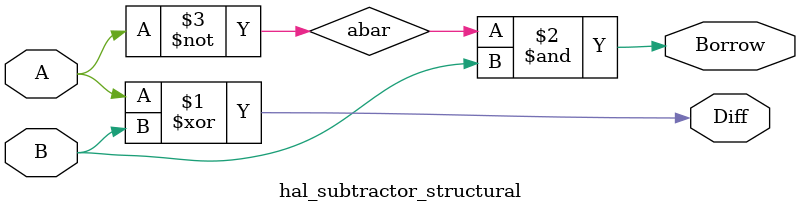
<source format=sv>
module hal_subtractor_structural( A, B, Diff, Borrow
    );

output Diff, Borrow;
input A, B;
wire abar;
xor(Diff, A, B);
not(abar,A);
and(Borrow,abar,B);

endmodule

</source>
